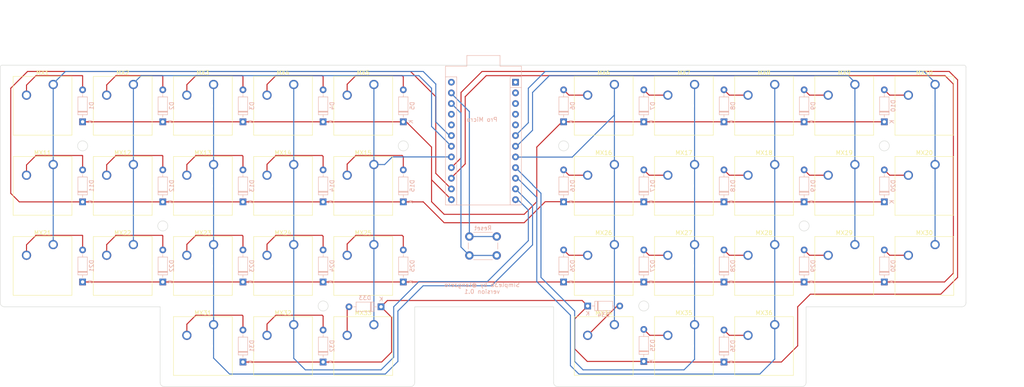
<source format=kicad_pcb>
(kicad_pcb (version 20211014) (generator pcbnew)
  (title_block (title "delta36") (date "2023-01-24") (rev "0.1"))
  (layers (0 "F.Cu" signal) (31 "B.Cu" signal) (34 "B.Paste" user) (35 "F.Paste" user) (36 "B.SilkS" user "B.Silkscreen") (37 "F.SilkS" user "F.Silkscreen") (38 "B.Mask" user) (39 "F.Mask" user) (44 "Edge.Cuts" user))
  (net 0 "")
  (net 1 "Net-(D1-Pad2)")
  (net 2 "Net-(D2-Pad2)")
  (net 3 "Net-(D3-Pad2)")
  (net 4 "Net-(D4-Pad2)")
  (net 5 "Net-(D5-Pad2)")
  (net 6 "Net-(D6-Pad2)")
  (net 7 "Net-(D7-Pad2)")
  (net 8 "Net-(D8-Pad2)")
  (net 9 "Net-(D9-Pad2)")
  (net 10 "Net-(D10-Pad2)")
  (net 11 "Net-(D11-Pad2)")
  (net 12 "Net-(D12-Pad2)")
  (net 13 "Net-(D13-Pad2)")
  (net 14 "Net-(D14-Pad2)")
  (net 15 "Net-(D15-Pad2)")
  (net 16 "Net-(D16-Pad2)")
  (net 17 "Net-(D17-Pad2)")
  (net 18 "Net-(D18-Pad2)")
  (net 19 "Net-(D19-Pad2)")
  (net 20 "Net-(D20-Pad2)")
  (net 21 "Net-(D21-Pad2)")
  (net 22 "Net-(D22-Pad2)")
  (net 23 "Net-(D23-Pad2)")
  (net 24 "Net-(D24-Pad2)")
  (net 25 "Net-(D25-Pad2)")
  (net 26 "Net-(D26-Pad2)")
  (net 27 "Net-(D27-Pad2)")
  (net 28 "Net-(D28-Pad2)")
  (net 29 "Net-(D29-Pad2)")
  (net 30 "Net-(D30-Pad2)")
  (net 31 "Net-(D31-Pad2)")
  (net 32 "Net-(D32-Pad2)")
  (net 33 "Net-(D33-Pad2)")
  (net 34 "Net-(D34-Pad2)")
  (net 35 "Net-(D35-Pad2)")
  (net 36 "Net-(D36-Pad2)")
  (net 41 "Net-(MX15-Pad1)")
  (net 42 "Net-(P1-Pad22)")
  (net 47 "Net-(D1-Pad1)")
  (net 48 "Net-(D11-Pad1)")
  (net 49 "Net-(D21-Pad1)")
  (net 50 "Net-(D31-Pad1)")
  (net 51 "Net-(MX1-Pad1)")
  (net 52 "Net-(MX12-Pad1)")
  (net 53 "Net-(MX13-Pad1)")
  (net 54 "Net-(MX14-Pad1)")
  (net 55 "Net-(MX16-Pad1)")
  (net 56 "Net-(MX17-Pad1)")
  (net 57 "Net-(MX18-Pad1)")
  (net 58 "Net-(MX19-Pad1)")
  (net 59 "Net-(MX10-Pad1)")
  (net 60 "Net-(P1-Pad23)")
  (footprint "Button_Switch_Keyboard:SW_Cherry_MX_1.00u_PCB" (layer "F.Cu") (at 40.865 63.82)
    (fp_text reference "MX1")
    (fp_text value "Switch")
  )
  (footprint "Button_Switch_Keyboard:SW_Cherry_MX_1.00u_PCB" (layer "F.Cu") (at 117.065 101.92)
    (fp_text reference "MX25")
    (fp_text value "Switch")
  )
  (footprint "Button_Switch_Keyboard:SW_Cherry_MX_1.00u_PCB" (layer "F.Cu") (at 98.015 101.92)
    (fp_text reference "MX24")
    (fp_text value "Switch")
  )
  (footprint "Button_Switch_Keyboard:SW_Cherry_MX_1.00u_PCB" (layer "F.Cu") (at 193.265 63.82)
    (fp_text reference "MX7")
    (fp_text value "Switch")
  )
  (footprint "Button_Switch_Keyboard:SW_Cherry_MX_1.00u_PCB" (layer "F.Cu") (at 193.265 101.92)
    (fp_text reference "MX27")
    (fp_text value "Switch")
  )
  (footprint "Button_Switch_Keyboard:SW_Cherry_MX_1.00u_PCB" (layer "F.Cu") (at 78.965 101.92)
    (fp_text reference "MX23")
    (fp_text value "Switch")
  )
  (footprint "Button_Switch_Keyboard:SW_Cherry_MX_1.00u_PCB" (layer "F.Cu") (at 40.865 101.92)
    (fp_text reference "MX21")
    (fp_text value "Switch")
  )
  (footprint "Button_Switch_Keyboard:SW_Cherry_MX_1.00u_PCB" (layer "F.Cu") (at 117.065 120.97)
    (fp_text reference "MX33")
    (fp_text value "Switch")
  )
  (footprint "Button_Switch_Keyboard:SW_Cherry_MX_1.00u_PCB" (layer "F.Cu") (at 98.015 82.87)
    (fp_text reference "MX14")
    (fp_text value "Switch")
  )
  (footprint "Button_Switch_Keyboard:SW_Cherry_MX_1.00u_PCB" (layer "F.Cu") (at 59.915 101.92)
    (fp_text reference "MX22")
    (fp_text value "Switch")
  )
  (footprint "Button_Switch_Keyboard:SW_Cherry_MX_1.00u_PCB" (layer "F.Cu") (at 212.315 82.87)
    (fp_text reference "MX18")
    (fp_text value "Switch")
  )
  (footprint "Button_Switch_Keyboard:SW_Cherry_MX_1.00u_PCB" (layer "F.Cu") (at 174.215 101.92)
    (fp_text reference "MX26")
    (fp_text value "Switch")
  )
  (footprint "Button_Switch_Keyboard:SW_Cherry_MX_1.00u_PCB" (layer "F.Cu") (at 117.065 82.87)
    (fp_text reference "MX15")
    (fp_text value "Switch")
  )
  (footprint "Button_Switch_Keyboard:SW_Cherry_MX_1.00u_PCB" (layer "F.Cu") (at 231.365 63.82)
    (fp_text reference "MX9")
    (fp_text value "Switch")
  )
  (footprint "Button_Switch_Keyboard:SW_Cherry_MX_1.00u_PCB" (layer "F.Cu") (at 117.065 63.82)
    (fp_text reference "MX5")
    (fp_text value "Switch")
  )
  (footprint "Button_Switch_Keyboard:SW_Cherry_MX_1.00u_PCB" (layer "F.Cu") (at 250.415 82.87)
    (fp_text reference "MX20")
    (fp_text value "Switch")
  )
  (footprint "Button_Switch_Keyboard:SW_Cherry_MX_1.00u_PCB" (layer "F.Cu") (at 59.915 82.87)
    (fp_text reference "MX12")
    (fp_text value "Switch")
  )
  (footprint "Button_Switch_Keyboard:SW_Cherry_MX_1.00u_PCB" (layer "F.Cu") (at 212.315 63.82)
    (fp_text reference "MX8")
    (fp_text value "Switch")
  )
  (footprint "Button_Switch_Keyboard:SW_Cherry_MX_1.00u_PCB" (layer "F.Cu") (at 193.265 120.97)
    (fp_text reference "MX35")
    (fp_text value "Switch")
  )
  (footprint "Button_Switch_Keyboard:SW_Cherry_MX_1.00u_PCB" (layer "F.Cu") (at 174.215 120.97)
    (fp_text reference "MX34")
    (fp_text value "Switch")
  )
  (footprint "Button_Switch_Keyboard:SW_Cherry_MX_1.00u_PCB" (layer "F.Cu") (at 59.915 63.82)
    (fp_text reference "MX2")
    (fp_text value "Switch")
  )
  (footprint "Button_Switch_Keyboard:SW_Cherry_MX_1.00u_PCB" (layer "F.Cu") (at 78.965 63.82)
    (fp_text reference "MX3")
    (fp_text value "Switch")
  )
  (footprint "Button_Switch_Keyboard:SW_Cherry_MX_1.00u_PCB" (layer "F.Cu") (at 174.215 82.87)
    (fp_text reference "MX16")
    (fp_text value "Switch")
  )
  (footprint "Button_Switch_Keyboard:SW_Cherry_MX_1.00u_PCB" (layer "F.Cu") (at 78.965 82.87)
    (fp_text reference "MX13")
    (fp_text value "Switch")
  )
  (footprint "Button_Switch_Keyboard:SW_Cherry_MX_1.00u_PCB" (layer "F.Cu") (at 231.365 101.92)
    (fp_text reference "MX29")
    (fp_text value "Switch")
  )
  (footprint "Button_Switch_Keyboard:SW_Cherry_MX_1.00u_PCB" (layer "F.Cu") (at 174.215 63.82)
    (fp_text reference "MX6")
    (fp_text value "Switch")
  )
  (footprint "Button_Switch_Keyboard:SW_Cherry_MX_1.00u_PCB" (layer "F.Cu") (at 40.865 82.87)
    (fp_text reference "MX11")
    (fp_text value "Switch")
  )
  (footprint "Button_Switch_Keyboard:SW_Cherry_MX_1.00u_PCB" (layer "F.Cu") (at 250.415 101.92)
    (fp_text reference "MX30")
    (fp_text value "Switch")
  )
  (footprint "Button_Switch_Keyboard:SW_Cherry_MX_1.00u_PCB" (layer "F.Cu") (at 212.315 120.97)
    (fp_text reference "MX36")
    (fp_text value "Switch")
  )
  (footprint "Button_Switch_Keyboard:SW_Cherry_MX_1.00u_PCB" (layer "F.Cu") (at 98.015 63.82)
    (fp_text reference "MX4")
    (fp_text value "Switch")
  )
  (footprint "Button_Switch_Keyboard:SW_Cherry_MX_1.00u_PCB" (layer "F.Cu") (at 212.315 101.92)
    (fp_text reference "MX28")
    (fp_text value "Switch")
  )
  (footprint "Button_Switch_Keyboard:SW_Cherry_MX_1.00u_PCB" (layer "F.Cu") (at 250.415 63.82)
    (fp_text reference "MX10")
    (fp_text value "Switch")
  )
  (footprint "Button_Switch_Keyboard:SW_Cherry_MX_1.00u_PCB" (layer "F.Cu") (at 78.965 120.97)
    (fp_text reference "MX31")
    (fp_text value "Switch")
  )
  (footprint "Button_Switch_Keyboard:SW_Cherry_MX_1.00u_PCB" (layer "F.Cu") (at 193.265 82.87)
    (fp_text reference "MX17")
    (fp_text value "Switch")
  )
  (footprint "Button_Switch_Keyboard:SW_Cherry_MX_1.00u_PCB" (layer "F.Cu") (at 98.015 120.97)
    (fp_text reference "MX32")
    (fp_text value "Switch")
  )
  (footprint "Button_Switch_Keyboard:SW_Cherry_MX_1.00u_PCB" (layer "F.Cu") (at 231.365 82.87)
    (fp_text reference "MX19")
    (fp_text value "Switch")
  )
  (footprint "Diode_THT:D_DO-35_SOD27_P7.62mm_Horizontal" (layer "B.Cu") (at 124.05 110.81 90)
    (fp_text reference "D25")
    (fp_text value "Diode")
  )
  (footprint "Diode_THT:D_DO-35_SOD27_P7.62mm_Horizontal" (layer "B.Cu") (at 105 72.71 90)
    (fp_text reference "D4")
    (fp_text value "Diode")
  )
  (footprint "Diode_THT:D_DO-35_SOD27_P7.62mm_Horizontal" (layer "B.Cu") (at 105 91.76 90)
    (fp_text reference "D14")
    (fp_text value "Diode")
  )
  (footprint "Diode_THT:D_DO-35_SOD27_P7.62mm_Horizontal" (layer "B.Cu") (at 66.9 91.76 90)
    (fp_text reference "D12")
    (fp_text value "Diode")
  )
  (footprint "Diode_THT:D_DO-35_SOD27_P7.62mm_Horizontal" (layer "B.Cu") (at 162.15 91.76 90)
    (fp_text reference "D16")
    (fp_text value "Diode")
  )
  (footprint "Diode_THT:D_DO-35_SOD27_P7.62mm_Horizontal" (layer "B.Cu") (at 219.3 91.76 90)
    (fp_text reference "D19")
    (fp_text value "Diode")
  )
  (footprint "Diode_THT:D_DO-35_SOD27_P7.62mm_Horizontal" (layer "B.Cu") (at 181.2 129.72 90)
    (fp_text reference "D35")
    (fp_text value "Diode")
  )
  (footprint "Diode_THT:D_DO-35_SOD27_P7.62mm_Horizontal" (layer "B.Cu") (at 238.35 110.81 90)
    (fp_text reference "D30")
    (fp_text value "Diode")
  )
  (footprint "Diode_THT:D_DO-35_SOD27_P7.62mm_Horizontal" (layer "B.Cu") (at 200.25 129.86 90)
    (fp_text reference "D36")
    (fp_text value "Diode")
  )
  (footprint "Diode_THT:D_DO-35_SOD27_P7.62mm_Horizontal" (layer "B.Cu") (at 105 110.81 90)
    (fp_text reference "D24")
    (fp_text value "Diode")
  )
  (footprint "Diode_THT:D_DO-35_SOD27_P7.62mm_Horizontal" (layer "B.Cu") (at 85.95 129.86 90)
    (fp_text reference "D31")
    (fp_text value "Diode")
  )
  (footprint "Diode_THT:D_DO-35_SOD27_P7.62mm_Horizontal" (layer "B.Cu") (at 200.25 72.71 90)
    (fp_text reference "D8")
    (fp_text value "Diode")
  )
  (footprint "Diode_THT:D_DO-35_SOD27_P7.62mm_Horizontal" (layer "B.Cu") (at 85.95 72.71 90)
    (fp_text reference "D3")
    (fp_text value "Diode")
  )
  (footprint "Diode_THT:D_DO-35_SOD27_P7.62mm_Horizontal" (layer "B.Cu") (at 162.15 110.81 90)
    (fp_text reference "D26")
    (fp_text value "Diode")
  )
  (footprint "Diode_THT:D_DO-35_SOD27_P7.62mm_Horizontal" (layer "B.Cu") (at 47.85 72.71 90)
    (fp_text reference "D1")
    (fp_text value "Diode")
  )
  (footprint "Diode_THT:D_DO-35_SOD27_P7.62mm_Horizontal" (layer "B.Cu") (at 124.05 91.76 90)
    (fp_text reference "D15")
    (fp_text value "Diode")
  )
  (footprint "Diode_THT:D_DO-35_SOD27_P7.62mm_Horizontal" (layer "B.Cu") (at 47.85 91.76 90)
    (fp_text reference "D11")
    (fp_text value "Diode")
  )
  (footprint "Button_Switch_THT:SW_PUSH_6mm" (layer "B.Cu") (at 146.25 100 180)
    (fp_text reference "Reset")
    (fp_text value "SW_PUSH")
  )
  (footprint "Diode_THT:D_DO-35_SOD27_P7.62mm_Horizontal" (layer "B.Cu") (at 200.25 110.81 90)
    (fp_text reference "D28")
    (fp_text value "Diode")
  )
  (footprint "Diode_THT:D_DO-35_SOD27_P7.62mm_Horizontal" (layer "B.Cu") (at 167.865 116.525)
    (fp_text reference "D34")
    (fp_text value "Diode")
  )
  (footprint "Diode_THT:D_DO-35_SOD27_P7.62mm_Horizontal" (layer "B.Cu") (at 181.2 110.81 90)
    (fp_text reference "D27")
    (fp_text value "Diode")
  )
  (footprint "Diode_THT:D_DO-35_SOD27_P7.62mm_Horizontal" (layer "B.Cu") (at 124.05 72.71 90)
    (fp_text reference "D5")
    (fp_text value "Diode")
  )
  (footprint "Diode_THT:D_DO-35_SOD27_P7.62mm_Horizontal" (layer "B.Cu") (at 200.25 91.76 90)
    (fp_text reference "D18")
    (fp_text value "Diode")
  )
  (footprint "Diode_THT:D_DO-35_SOD27_P7.62mm_Horizontal" (layer "B.Cu") (at 238.35 91.76 90)
    (fp_text reference "D20")
    (fp_text value "Diode")
  )
  (footprint "Diode_THT:D_DO-35_SOD27_P7.62mm_Horizontal" (layer "B.Cu") (at 85.95 91.76 90)
    (fp_text reference "D13")
    (fp_text value "Diode")
  )
  (footprint "Diode_THT:D_DO-35_SOD27_P7.62mm_Horizontal" (layer "B.Cu") (at 181.2 72.71 90)
    (fp_text reference "D7")
    (fp_text value "Diode")
  )
  (footprint "Diode_THT:D_DO-35_SOD27_P7.62mm_Horizontal" (layer "B.Cu") (at 118.765 116.72 180)
    (fp_text reference "D33")
    (fp_text value "Diode")
  )
  (footprint "Diode_THT:D_DO-35_SOD27_P7.62mm_Horizontal" (layer "B.Cu") (at 47.85 110.81 90)
    (fp_text reference "D21")
    (fp_text value "Diode")
  )
  (footprint "Diode_THT:D_DO-35_SOD27_P7.62mm_Horizontal" (layer "B.Cu") (at 162.15 72.71 90)
    (fp_text reference "D6")
    (fp_text value "Diode")
  )
  (footprint "Diode_THT:D_DO-35_SOD27_P7.62mm_Horizontal" (layer "B.Cu") (at 85.95 110.81 90)
    (fp_text reference "D23")
    (fp_text value "Diode")
  )
  (footprint "Diode_THT:D_DO-35_SOD27_P7.62mm_Horizontal" (layer "B.Cu") (at 219.3 72.71 90)
    (fp_text reference "D9")
    (fp_text value "Diode")
  )
  (footprint "Diode_THT:D_DO-35_SOD27_P7.62mm_Horizontal" (layer "B.Cu") (at 238.35 72.71 90)
    (fp_text reference "D10")
    (fp_text value "Diode")
  )
  (footprint "Diode_THT:D_DO-35_SOD27_P7.62mm_Horizontal" (layer "B.Cu") (at 105 129.86 90)
    (fp_text reference "D32")
    (fp_text value "Diode")
  )
  (footprint "Diode_THT:D_DO-35_SOD27_P7.62mm_Horizontal" (layer "B.Cu") (at 66.9 110.81 90)
    (fp_text reference "D22")
    (fp_text value "Diode")
  )
  (footprint "Diode_THT:D_DO-35_SOD27_P7.62mm_Horizontal" (layer "B.Cu") (at 66.9 72.71 90)
    (fp_text reference "D2")
    (fp_text value "Diode")
  )
  (footprint "Diode_THT:D_DO-35_SOD27_P7.62mm_Horizontal" (layer "B.Cu") (at 181.2 91.76 90)
    (fp_text reference "D17")
    (fp_text value "Diode")
  )
  (footprint "Arduino:Sparkfun_Pro_Micro" (layer "B.Cu") (at 135.475 91.22)
    (fp_text reference "P1" hide)
    (fp_text value "Pro Micro")
  )
  (footprint "Diode_THT:D_DO-35_SOD27_P7.62mm_Horizontal" (layer "B.Cu") (at 219.3 110.81 90)
    (fp_text reference "D29")
    (fp_text value "Diode")
  )
  (gr_circle (center 66.9 97.475) (end 68.1 97.475) (layer "Edge.Cuts") (width 0.1) (fill none))
  (gr_arc (start 219.765 134.72) (mid 219.472107 135.427107) (end 218.765 135.72) (layer "Edge.Cuts") (width 0.1))
  (gr_arc (start 28.265 59.72) (mid 28.411447 59.366447) (end 28.765 59.22) (layer "Edge.Cuts") (width 0.1))
  (gr_circle (center 162.15 78.425) (end 163.35 78.425) (layer "Edge.Cuts") (width 0.1) (fill none))
  (gr_line (start 66.265 134.72) (end 66.265 116.72) (layer "Edge.Cuts") (width 0.1))
  (gr_arc (start 257.265 59.22) (mid 257.618553 59.366447) (end 257.765 59.72) (layer "Edge.Cuts") (width 0.1))
  (gr_line (start 159.765 134.72) (end 159.765 116.72) (layer "Edge.Cuts") (width 0.1))
  (gr_line (start 257.765 59.72) (end 257.765 115.72) (layer "Edge.Cuts") (width 0.1))
  (gr_arc (start 67.265 135.72) (mid 66.557893 135.427107) (end 66.265 134.72) (layer "Edge.Cuts") (width 0.1))
  (gr_arc (start 160.765 135.72) (mid 160.057893 135.427107) (end 159.765 134.72) (layer "Edge.Cuts") (width 0.1))
  (gr_line (start 218.765 135.72) (end 160.765 135.72) (layer "Edge.Cuts") (width 0.1))
  (gr_line (start 256.765 116.72) (end 219.765 116.72) (layer "Edge.Cuts") (width 0.1))
  (gr_line (start 126.765 116.72) (end 159.765 116.72) (layer "Edge.Cuts") (width 0.1))
  (gr_line (start 126.765 134.72) (end 126.765 116.72) (layer "Edge.Cuts") (width 0.1))
  (gr_line (start 219.765 116.72) (end 219.765 134.72) (layer "Edge.Cuts") (width 0.1))
  (gr_arc (start 126.765 134.72) (mid 126.472107 135.427107) (end 125.765 135.72) (layer "Edge.Cuts") (width 0.1))
  (gr_circle (center 181.2 116.525) (end 182.4 116.525) (layer "Edge.Cuts") (width 0.1) (fill none))
  (gr_arc (start 257.765 115.72) (mid 257.472107 116.427107) (end 256.765 116.72) (layer "Edge.Cuts") (width 0.1))
  (gr_circle (center 105 116.525) (end 106.2 116.525) (layer "Edge.Cuts") (width 0.1) (fill none))
  (gr_circle (center 219.3 97.475) (end 220.5 97.475) (layer "Edge.Cuts") (width 0.1) (fill none))
  (gr_line (start 125.765 135.72) (end 67.265 135.72) (layer "Edge.Cuts") (width 0.1))
  (gr_line (start 28.265 115.72) (end 28.265 59.72) (layer "Edge.Cuts") (width 0.1))
  (gr_circle (center 124.05 78.425) (end 125.25 78.425) (layer "Edge.Cuts") (width 0.1) (fill none))
  (gr_arc (start 29.265 116.72) (mid 28.557893 116.427107) (end 28.265 115.72) (layer "Edge.Cuts") (width 0.1))
  (gr_circle (center 238.35 78.425) (end 239.55 78.425) (layer "Edge.Cuts") (width 0.1) (fill none))
  (gr_circle (center 47.85 78.425) (end 49.05 78.425) (layer "Edge.Cuts") (width 0.1) (fill none))
  (gr_line (start 28.765 59.22) (end 257.265 59.22) (layer "Edge.Cuts") (width 0.1))
  (gr_line (start 66.265 116.72) (end 29.265 116.72) (layer "Edge.Cuts") (width 0.1))
  (gr_text "Simple36 by @tangzero\nversion 0.1" (at 142.765 112.3) (layer "B.SilkS") (effects (font (size 1 1)) (justify mirror)))
  (segment (start 36.765 61.72) (end 47.765 61.72) (width 0.25) (layer "F.Cu") (net 1))
  (segment (start 47.765 61.72) (end 47.85 61.805) (width 0.25) (layer "F.Cu") (net 1))
  (segment (start 34.515 63.97) (end 36.765 61.72) (width 0.25) (layer "F.Cu") (net 1))
  (segment (start 34.515 66.36) (end 34.515 63.97) (width 0.25) (layer "F.Cu") (net 1))
  (segment (start 47.85 61.805) (end 47.85 65.09) (width 0.25) (layer "F.Cu") (net 1))
  (segment (start 66.765 61.72) (end 66.9 61.855) (width 0.25) (layer "F.Cu") (net 2))
  (segment (start 53.565 66.36) (end 53.565 63.92) (width 0.25) (layer "F.Cu") (net 2))
  (segment (start 55.765 61.72) (end 66.765 61.72) (width 0.25) (layer "F.Cu") (net 2))
  (segment (start 66.9 61.855) (end 66.9 65.09) (width 0.25) (layer "F.Cu") (net 2))
  (segment (start 53.565 63.92) (end 55.765 61.72) (width 0.25) (layer "F.Cu") (net 2))
  (segment (start 74.765 61.72) (end 85.765 61.72) (width 0.25) (layer "F.Cu") (net 3))
  (segment (start 85.765 61.72) (end 85.95 61.905) (width 0.25) (layer "F.Cu") (net 3))
  (segment (start 85.95 61.905) (end 85.95 65.09) (width 0.25) (layer "F.Cu") (net 3))
  (segment (start 72.615 63.87) (end 74.765 61.72) (width 0.25) (layer "F.Cu") (net 3))
  (segment (start 72.615 66.36) (end 72.615 63.87) (width 0.25) (layer "F.Cu") (net 3))
  (segment (start 91.665 63.82) (end 93.765 61.72) (width 0.25) (layer "F.Cu") (net 4))
  (segment (start 93.765 61.72) (end 104.765 61.72) (width 0.25) (layer "F.Cu") (net 4))
  (segment (start 105 61.955) (end 105 65.09) (width 0.25) (layer "F.Cu") (net 4))
  (segment (start 104.765 61.72) (end 105 61.955) (width 0.25) (layer "F.Cu") (net 4))
  (segment (start 91.665 66.36) (end 91.665 63.82) (width 0.25) (layer "F.Cu") (net 4))
  (segment (start 110.715 66.36) (end 110.715 63.77) (width 0.25) (layer "F.Cu") (net 5))
  (segment (start 110.715 63.77) (end 112.765 61.72) (width 0.25) (layer "F.Cu") (net 5))
  (segment (start 112.765 61.72) (end 123.765 61.72) (width 0.25) (layer "F.Cu") (net 5))
  (segment (start 124.05 62.005) (end 124.05 65.09) (width 0.25) (layer "F.Cu") (net 5))
  (segment (start 123.765 61.72) (end 124.05 62.005) (width 0.25) (layer "F.Cu") (net 5))
  (segment (start 163.42 66.36) (end 167.865 66.36) (width 0.25) (layer "F.Cu") (net 6))
  (segment (start 162.15 65.09) (end 163.42 66.36) (width 0.25) (layer "F.Cu") (net 6))
  (segment (start 181.2 65.09) (end 182.47 66.36) (width 0.25) (layer "F.Cu") (net 7))
  (segment (start 182.47 66.36) (end 186.915 66.36) (width 0.25) (layer "F.Cu") (net 7))
  (segment (start 201.52 66.36) (end 205.965 66.36) (width 0.25) (layer "F.Cu") (net 8))
  (segment (start 200.25 65.09) (end 201.52 66.36) (width 0.25) (layer "F.Cu") (net 8))
  (segment (start 220.57 66.36) (end 225.015 66.36) (width 0.25) (layer "F.Cu") (net 9))
  (segment (start 219.3 65.09) (end 220.57 66.36) (width 0.25) (layer "F.Cu") (net 9))
  (segment (start 239.62 66.36) (end 244.065 66.36) (width 0.25) (layer "F.Cu") (net 10))
  (segment (start 238.35 65.09) (end 239.62 66.36) (width 0.25) (layer "F.Cu") (net 10))
  (segment (start 36.765 80.72) (end 47.765 80.72) (width 0.25) (layer "F.Cu") (net 11))
  (segment (start 47.85 80.805) (end 47.85 84.14) (width 0.25) (layer "F.Cu") (net 11))
  (segment (start 34.515 85.41) (end 34.515 82.97) (width 0.25) (layer "F.Cu") (net 11))
  (segment (start 34.515 82.97) (end 36.765 80.72) (width 0.25) (layer "F.Cu") (net 11))
  (segment (start 47.765 80.72) (end 47.85 80.805) (width 0.25) (layer "F.Cu") (net 11))
  (segment (start 53.565 82.92) (end 55.765 80.72) (width 0.25) (layer "F.Cu") (net 12))
  (segment (start 53.565 85.41) (end 53.565 82.92) (width 0.25) (layer "F.Cu") (net 12))
  (segment (start 55.765 80.72) (end 66.765 80.72) (width 0.25) (layer "F.Cu") (net 12))
  (segment (start 66.9 80.855) (end 66.9 84.14) (width 0.25) (layer "F.Cu") (net 12))
  (segment (start 66.765 80.72) (end 66.9 80.855) (width 0.25) (layer "F.Cu") (net 12))
  (segment (start 72.615 85.41) (end 72.615 82.87) (width 0.25) (layer "F.Cu") (net 13))
  (segment (start 72.615 82.87) (end 74.765 80.72) (width 0.25) (layer "F.Cu") (net 13))
  (segment (start 85.765 80.72) (end 85.95 80.905) (width 0.25) (layer "F.Cu") (net 13))
  (segment (start 74.765 80.72) (end 85.765 80.72) (width 0.25) (layer "F.Cu") (net 13))
  (segment (start 85.95 80.905) (end 85.95 84.14) (width 0.25) (layer "F.Cu") (net 13))
  (segment (start 105 80.955) (end 105 84.14) (width 0.25) (layer "F.Cu") (net 14))
  (segment (start 91.665 82.82) (end 93.765 80.72) (width 0.25) (layer "F.Cu") (net 14))
  (segment (start 91.665 85.41) (end 91.665 82.82) (width 0.25) (layer "F.Cu") (net 14))
  (segment (start 93.765 80.72) (end 104.765 80.72) (width 0.25) (layer "F.Cu") (net 14))
  (segment (start 104.765 80.72) (end 105 80.955) (width 0.25) (layer "F.Cu") (net 14))
  (segment (start 112.765 80.72) (end 123.765 80.72) (width 0.25) (layer "F.Cu") (net 15))
  (segment (start 124.05 81.005) (end 124.05 84.14) (width 0.25) (layer "F.Cu") (net 15))
  (segment (start 110.715 85.41) (end 110.715 82.77) (width 0.25) (layer "F.Cu") (net 15))
  (segment (start 123.765 80.72) (end 124.05 81.005) (width 0.25) (layer "F.Cu") (net 15))
  (segment (start 110.715 82.77) (end 112.765 80.72) (width 0.25) (layer "F.Cu") (net 15))
  (segment (start 167.865 85.41) (end 163.42 85.41) (width 0.25) (layer "F.Cu") (net 16))
  (segment (start 163.42 85.41) (end 162.15 84.14) (width 0.25) (layer "F.Cu") (net 16))
  (segment (start 182.47 85.41) (end 181.2 84.14) (width 0.25) (layer "F.Cu") (net 17))
  (segment (start 186.915 85.41) (end 182.47 85.41) (width 0.25) (layer "F.Cu") (net 17))
  (segment (start 205.965 85.41) (end 201.52 85.41) (width 0.25) (layer "F.Cu") (net 18))
  (segment (start 201.52 85.41) (end 200.25 84.14) (width 0.25) (layer "F.Cu") (net 18))
  (segment (start 220.57 85.41) (end 219.3 84.14) (width 0.25) (layer "F.Cu") (net 19))
  (segment (start 225.015 85.41) (end 220.57 85.41) (width 0.25) (layer "F.Cu") (net 19))
  (segment (start 239.62 85.41) (end 238.35 84.14) (width 0.25) (layer "F.Cu") (net 20))
  (segment (start 244.065 85.41) (end 239.62 85.41) (width 0.25) (layer "F.Cu") (net 20))
  (segment (start 34.515 104.46) (end 34.515 101.97) (width 0.25) (layer "F.Cu") (net 21))
  (segment (start 47.765 99.72) (end 47.85 99.805) (width 0.25) (layer "F.Cu") (net 21))
  (segment (start 34.515 101.97) (end 36.765 99.72) (width 0.25) (layer "F.Cu") (net 21))
  (segment (start 36.765 99.72) (end 47.765 99.72) (width 0.25) (layer "F.Cu") (net 21))
  (segment (start 47.85 99.805) (end 47.85 103.19) (width 0.25) (layer "F.Cu") (net 21))
  (segment (start 55.765 99.72) (end 66.765 99.72) (width 0.25) (layer "F.Cu") (net 22))
  (segment (start 53.565 101.92) (end 55.765 99.72) (width 0.25) (layer "F.Cu") (net 22))
  (segment (start 66.9 99.855) (end 66.9 103.19) (width 0.25) (layer "F.Cu") (net 22))
  (segment (start 53.565 104.46) (end 53.565 101.92) (width 0.25) (layer "F.Cu") (net 22))
  (segment (start 66.765 99.72) (end 66.9 99.855) (width 0.25) (layer "F.Cu") (net 22))
  (segment (start 74.765 99.72) (end 85.765 99.72) (width 0.25) (layer "F.Cu") (net 23))
  (segment (start 85.95 99.905) (end 85.95 103.19) (width 0.25) (layer "F.Cu") (net 23))
  (segment (start 85.765 99.72) (end 85.95 99.905) (width 0.25) (layer "F.Cu") (net 23))
  (segment (start 72.615 104.46) (end 72.615 101.87) (width 0.25) (layer "F.Cu") (net 23))
  (segment (start 72.615 101.87) (end 74.765 99.72) (width 0.25) (layer "F.Cu") (net 23))
  (segment (start 93.765 99.72) (end 104.765 99.72) (width 0.25) (layer "F.Cu") (net 24))
  (segment (start 104.765 99.72) (end 105 99.955) (width 0.25) (layer "F.Cu") (net 24))
  (segment (start 91.665 104.46) (end 91.665 101.82) (width 0.25) (layer "F.Cu") (net 24))
  (segment (start 91.665 101.82) (end 93.765 99.72) (width 0.25) (layer "F.Cu") (net 24))
  (segment (start 105 99.955) (end 105 103.19) (width 0.25) (layer "F.Cu") (net 24))
  (segment (start 110.715 101.77) (end 112.765 99.72) (width 0.25) (layer "F.Cu") (net 25))
  (segment (start 124.05 100.005) (end 124.05 103.19) (width 0.25) (layer "F.Cu") (net 25))
  (segment (start 112.765 99.72) (end 123.765 99.72) (width 0.25) (layer "F.Cu") (net 25))
  (segment (start 110.715 104.46) (end 110.715 101.77) (width 0.25) (layer "F.Cu") (net 25))
  (segment (start 123.765 99.72) (end 124.05 100.005) (width 0.25) (layer "F.Cu") (net 25))
  (segment (start 167.865 104.46) (end 163.42 104.46) (width 0.25) (layer "F.Cu") (net 26))
  (segment (start 163.42 104.46) (end 162.15 103.19) (width 0.25) (layer "F.Cu") (net 26))
  (segment (start 186.915 104.46) (end 182.47 104.46) (width 0.25) (layer "F.Cu") (net 27))
  (segment (start 182.47 104.46) (end 181.2 103.19) (width 0.25) (layer "F.Cu") (net 27))
  (segment (start 201.52 104.46) (end 200.25 103.19) (width 0.25) (layer "F.Cu") (net 28))
  (segment (start 205.965 104.46) (end 201.52 104.46) (width 0.25) (layer "F.Cu") (net 28))
  (segment (start 225.015 104.46) (end 220.57 104.46) (width 0.25) (layer "F.Cu") (net 29))
  (segment (start 220.57 104.46) (end 219.3 103.19) (width 0.25) (layer "F.Cu") (net 29))
  (segment (start 244.065 104.46) (end 239.62 104.46) (width 0.25) (layer "F.Cu") (net 30))
  (segment (start 239.62 104.46) (end 238.35 103.19) (width 0.25) (layer "F.Cu") (net 30))
  (segment (start 72.615 120.87) (end 74.765 118.72) (width 0.25) (layer "F.Cu") (net 31))
  (segment (start 72.615 123.51) (end 72.615 120.87) (width 0.25) (layer "F.Cu") (net 31))
  (segment (start 74.765 118.72) (end 85.765 118.72) (width 0.25) (layer "F.Cu") (net 31))
  (segment (start 85.765 118.72) (end 85.95 118.905) (width 0.25) (layer "F.Cu") (net 31))
  (segment (start 85.95 118.905) (end 85.95 122.24) (width 0.25) (layer "F.Cu") (net 31))
  (segment (start 91.665 123.51) (end 91.665 120.82) (width 0.25) (layer "F.Cu") (net 32))
  (segment (start 93.765 118.72) (end 104.765 118.72) (width 0.25) (layer "F.Cu") (net 32))
  (segment (start 104.765 118.72) (end 105 118.955) (width 0.25) (layer "F.Cu") (net 32))
  (segment (start 105 118.955) (end 105 122.24) (width 0.25) (layer "F.Cu") (net 32))
  (segment (start 91.665 120.82) (end 93.765 118.72) (width 0.25) (layer "F.Cu") (net 32))
  (segment (start 110.715 117.15) (end 111.145 116.72) (width 0.25) (layer "F.Cu") (net 33))
  (segment (start 110.715 123.51) (end 110.715 117.15) (width 0.25) (layer "F.Cu") (net 33))
  (segment (start 167.865 123.51) (end 174.85 116.525) (width 0.25) (layer "F.Cu") (net 34))
  (segment (start 174.85 116.525) (end 175.485 116.525) (width 0.25) (layer "F.Cu") (net 34))
  (segment (start 182.61 123.51) (end 181.2 122.1) (width 0.25) (layer "F.Cu") (net 35))
  (segment (start 186.915 123.51) (end 182.61 123.51) (width 0.25) (layer "F.Cu") (net 35))
  (segment (start 201.52 123.51) (end 200.25 122.24) (width 0.25) (layer "F.Cu") (net 36))
  (segment (start 205.965 123.51) (end 201.52 123.51) (width 0.25) (layer "F.Cu") (net 36))
  (segment (start 121.425 81.06) (end 135.475 81.06) (width 0.25) (layer "B.Cu") (net 41))
  (segment (start 117.065 82.87) (end 119.615 82.87) (width 0.25) (layer "B.Cu") (net 41))
  (segment (start 117.065 63.82) (end 117.065 120.97) (width 0.25) (layer "B.Cu") (net 41))
  (segment (start 119.615 82.87) (end 121.425 81.06) (width 0.25) (layer "B.Cu") (net 41))
  (segment (start 146.25 104.5) (end 139.75 104.5) (width 0.25) (layer "B.Cu") (net 42))
  (segment (start 137.75 70.75) (end 137.75 102.5) (width 0.25) (layer "B.Cu") (net 42))
  (segment (start 135.475 68.36) (end 137.75 70.635) (width 0.25) (layer "B.Cu") (net 42))
  (segment (start 137.75 102.5) (end 139.75 104.5) (width 0.25) (layer "B.Cu") (net 42))
  (segment (start 137.75 70.635) (end 137.75 70.75) (width 0.25) (layer "B.Cu") (net 42))
  (segment (start 130.765 78.72) (end 130.765 86.51) (width 0.25) (layer "F.Cu") (net 47))
  (segment (start 238.35 72.71) (end 162.15 72.71) (width 0.25) (layer "F.Cu") (net 47))
  (segment (start 130.765 91.72) (end 133.765 94.72) (width 0.25) (layer "F.Cu") (net 47))
  (segment (start 133.765 94.72) (end 152.765 94.72) (width 0.25) (layer "F.Cu") (net 47))
  (segment (start 155.765 91.72) (end 155.765 78.72) (width 0.25) (layer "F.Cu") (net 47))
  (segment (start 161.775 72.71) (end 162.15 72.71) (width 0.25) (layer "F.Cu") (net 47))
  (segment (start 124.755 72.71) (end 130.765 78.72) (width 0.25) (layer "F.Cu") (net 47))
  (segment (start 47.85 72.71) (end 124.05 72.71) (width 0.25) (layer "F.Cu") (net 47))
  (segment (start 152.765 94.72) (end 155.765 91.72) (width 0.25) (layer "F.Cu") (net 47))
  (segment (start 130.765 86.51) (end 135.475 91.22) (width 0.25) (layer "F.Cu") (net 47))
  (segment (start 155.765 78.72) (end 161.775 72.71) (width 0.25) (layer "F.Cu") (net 47))
  (segment (start 130.765 86.51) (end 130.765 91.72) (width 0.25) (layer "F.Cu") (net 47))
  (segment (start 124.05 72.71) (end 124.755 72.71) (width 0.25) (layer "F.Cu") (net 47))
  (segment (start 162.15 91.76) (end 238.35 91.76) (width 0.25) (layer "F.Cu") (net 48))
  (segment (start 162.11 91.72) (end 162.15 91.76) (width 0.25) (layer "F.Cu") (net 48))
  (segment (start 30.765 64.72) (end 34.765 60.72) (width 0.25) (layer "F.Cu") (net 48))
  (segment (start 47.85 91.76) (end 32.805 91.76) (width 0.25) (layer "F.Cu") (net 48))
  (segment (start 157.765 91.72) (end 162.11 91.72) (width 0.25) (layer "F.Cu") (net 48))
  (segment (start 131.765 84.97) (end 135.475 88.68) (width 0.25) (layer "F.Cu") (net 48))
  (segment (start 128.765 91.72) (end 133.765 96.72) (width 0.25) (layer "F.Cu") (net 48))
  (segment (start 47.85 91.76) (end 124.05 91.76) (width 0.25) (layer "F.Cu") (net 48))
  (segment (start 34.765 60.72) (end 125.765 60.72) (width 0.25) (layer "F.Cu") (net 48))
  (segment (start 32.805 91.76) (end 30.765 89.72) (width 0.25) (layer "F.Cu") (net 48))
  (segment (start 125.765 60.72) (end 131.765 66.72) (width 0.25) (layer "F.Cu") (net 48))
  (segment (start 133.765 96.72) (end 152.765 96.72) (width 0.25) (layer "F.Cu") (net 48))
  (segment (start 152.765 96.72) (end 157.765 91.72) (width 0.25) (layer "F.Cu") (net 48))
  (segment (start 124.05 91.76) (end 128.725 91.76) (width 0.25) (layer "F.Cu") (net 48))
  (segment (start 30.765 89.72) (end 30.765 64.72) (width 0.25) (layer "F.Cu") (net 48))
  (segment (start 131.765 66.72) (end 131.765 84.97) (width 0.25) (layer "F.Cu") (net 48))
  (segment (start 128.725 91.76) (end 128.765 91.72) (width 0.25) (layer "F.Cu") (net 48))
  (segment (start 252.675 110.81) (end 238.35 110.81) (width 0.25) (layer "F.Cu") (net 49))
  (segment (start 238.35 110.81) (end 162.15 110.81) (width 0.25) (layer "F.Cu") (net 49))
  (segment (start 254.765 63.72) (end 254.765 108.72) (width 0.25) (layer "F.Cu") (net 49))
  (segment (start 47.85 110.81) (end 124.05 110.81) (width 0.25) (layer "F.Cu") (net 49))
  (segment (start 135.475 86.14) (end 135.475 86.01) (width 0.25) (layer "F.Cu") (net 49))
  (segment (start 138.765 82.72) (end 138.765 66.72) (width 0.25) (layer "F.Cu") (net 49))
  (segment (start 124.05 110.81) (end 162.15 110.81) (width 0.25) (layer "F.Cu") (net 49))
  (segment (start 143.765 61.72) (end 252.765 61.72) (width 0.25) (layer "F.Cu") (net 49))
  (segment (start 135.475 86.01) (end 138.765 82.72) (width 0.25) (layer "F.Cu") (net 49))
  (segment (start 252.765 61.72) (end 254.765 63.72) (width 0.25) (layer "F.Cu") (net 49))
  (segment (start 254.765 108.72) (end 252.675 110.81) (width 0.25) (layer "F.Cu") (net 49))
  (segment (start 138.765 66.72) (end 143.765 61.72) (width 0.25) (layer "F.Cu") (net 49))
  (segment (start 142.765 60.72) (end 253.765 60.72) (width 0.25) (layer "F.Cu") (net 50))
  (segment (start 200.25 129.86) (end 181.34 129.86) (width 0.25) (layer "F.Cu") (net 50))
  (segment (start 135.475 83.6) (end 137.765 81.31) (width 0.25) (layer "F.Cu") (net 50))
  (segment (start 105 129.86) (end 118.905 129.86) (width 0.25) (layer "F.Cu") (net 50))
  (segment (start 164.765 126.72) (end 164.765 119.625) (width 0.25) (layer "F.Cu") (net 50))
  (segment (start 118.765 116.72) (end 120.265 115.22) (width 0.25) (layer "F.Cu") (net 50))
  (segment (start 85.95 129.86) (end 105 129.86) (width 0.25) (layer "F.Cu") (net 50))
  (segment (start 255.765 62.72) (end 255.765 109.72) (width 0.25) (layer "F.Cu") (net 50))
  (segment (start 220.765 113.72) (end 251.765 113.72) (width 0.25) (layer "F.Cu") (net 50))
  (segment (start 164.765 119.625) (end 167.865 116.525) (width 0.25) (layer "F.Cu") (net 50))
  (segment (start 121.265 119.22) (end 118.765 116.72) (width 0.25) (layer "F.Cu") (net 50))
  (segment (start 121.265 127.5) (end 121.265 119.22) (width 0.25) (layer "F.Cu") (net 50))
  (segment (start 166.56 115.22) (end 167.865 116.525) (width 0.25) (layer "F.Cu") (net 50))
  (segment (start 200.25 129.86) (end 213.905 129.86) (width 0.25) (layer "F.Cu") (net 50))
  (segment (start 181.34 129.86) (end 181.2 129.72) (width 0.25) (layer "F.Cu") (net 50))
  (segment (start 120.265 115.22) (end 166.56 115.22) (width 0.25) (layer "F.Cu") (net 50))
  (segment (start 181.2 129.72) (end 167.765 129.72) (width 0.25) (layer "F.Cu") (net 50))
  (segment (start 255.765 109.72) (end 251.765 113.72) (width 0.25) (layer "F.Cu") (net 50))
  (segment (start 167.765 129.72) (end 164.765 126.72) (width 0.25) (layer "F.Cu") (net 50))
  (segment (start 137.765 81.31) (end 137.765 65.72) (width 0.25) (layer "F.Cu") (net 50))
  (segment (start 253.765 60.72) (end 255.765 62.72) (width 0.25) (layer "F.Cu") (net 50))
  (segment (start 213.905 129.86) (end 217.765 126) (width 0.25) (layer "F.Cu") (net 50))
  (segment (start 137.765 65.72) (end 142.765 60.72) (width 0.25) (layer "F.Cu") (net 50))
  (segment (start 217.765 126) (end 217.765 116.72) (width 0.25) (layer "F.Cu") (net 50))
  (segment (start 217.765 116.72) (end 220.765 113.72) (width 0.25) (layer "F.Cu") (net 50))
  (segment (start 118.905 129.86) (end 121.265 127.5) (width 0.25) (layer "F.Cu") (net 50))
  (segment (start 135.025 75.98) (end 131.765 72.72) (width 0.25) (layer "B.Cu") (net 51))
  (segment (start 40.865 63.82) (end 40.865 101.92) (width 0.25) (layer "B.Cu") (net 51))
  (segment (start 40.865 63.62) (end 40.865 63.82) (width 0.25) (layer "B.Cu") (net 51))
  (segment (start 131.765 63.72) (end 128.765 60.72) (width 0.25) (layer "B.Cu") (net 51))
  (segment (start 43.765 60.72) (end 40.865 63.62) (width 0.25) (layer "B.Cu") (net 51))
  (segment (start 128.765 60.72) (end 43.765 60.72) (width 0.25) (layer "B.Cu") (net 51))
  (segment (start 135.475 75.98) (end 135.025 75.98) (width 0.25) (layer "B.Cu") (net 51))
  (segment (start 131.765 72.72) (end 131.765 63.72) (width 0.25) (layer "B.Cu") (net 51))
  (segment (start 130.765 64.72) (end 130.765 73.81) (width 0.25) (layer "B.Cu") (net 52))
  (segment (start 130.765 73.81) (end 135.475 78.52) (width 0.25) (layer "B.Cu") (net 52))
  (segment (start 59.915 63.82) (end 59.915 63.57) (width 0.25) (layer "B.Cu") (net 52))
  (segment (start 59.915 63.82) (end 59.915 101.92) (width 0.25) (layer "B.Cu") (net 52))
  (segment (start 127.765 61.72) (end 130.765 64.72) (width 0.25) (layer "B.Cu") (net 52))
  (segment (start 59.915 63.57) (end 61.765 61.72) (width 0.25) (layer "B.Cu") (net 52))
  (segment (start 61.765 61.72) (end 127.765 61.72) (width 0.25) (layer "B.Cu") (net 52))
  (segment (start 154.765 92.72) (end 150.725 88.68) (width 0.25) (layer "B.Cu") (net 53))
  (segment (start 154.765 101.985) (end 154.765 92.72) (width 0.25) (layer "B.Cu") (net 53))
  (segment (start 78.965 118.52) (end 78.965 128.92) (width 0.25) (layer "B.Cu") (net 53))
  (segment (start 145.03 111.72) (end 154.765 101.985) (width 0.25) (layer "B.Cu") (net 53))
  (segment (start 78.965 120.97) (end 78.965 118.52) (width 0.25) (layer "B.Cu") (net 53))
  (segment (start 78.965 128.92) (end 82.765 132.72) (width 0.25) (layer "B.Cu") (net 53))
  (segment (start 150.725 88.68) (end 150.715 88.68) (width 0.25) (layer "B.Cu") (net 53))
  (segment (start 122.765 129.72) (end 122.765 117.72) (width 0.25) (layer "B.Cu") (net 53))
  (segment (start 128.765 111.72) (end 145.03 111.72) (width 0.25) (layer "B.Cu") (net 53))
  (segment (start 122.765 117.72) (end 128.765 111.72) (width 0.25) (layer "B.Cu") (net 53))
  (segment (start 119.765 132.72) (end 122.765 129.72) (width 0.25) (layer "B.Cu") (net 53))
  (segment (start 78.965 118.52) (end 78.965 63.82) (width 0.25) (layer "B.Cu") (net 53))
  (segment (start 82.765 132.72) (end 119.765 132.72) (width 0.25) (layer "B.Cu") (net 53))
  (segment (start 151.265 91.22) (end 153.765 93.72) (width 0.25) (layer "B.Cu") (net 54))
  (segment (start 100.765 131.72) (end 98.015 128.97) (width 0.25) (layer "B.Cu") (net 54))
  (segment (start 121.765 128.72) (end 118.765 131.72) (width 0.25) (layer "B.Cu") (net 54))
  (segment (start 127.765 110.72) (end 121.765 116.72) (width 0.25) (layer "B.Cu") (net 54))
  (segment (start 153.765 93.72) (end 153.765 100.985) (width 0.25) (layer "B.Cu") (net 54))
  (segment (start 121.765 116.72) (end 121.765 128.72) (width 0.25) (layer "B.Cu") (net 54))
  (segment (start 98.015 128.97) (end 98.015 120.97) (width 0.25) (layer "B.Cu") (net 54))
  (segment (start 144.03 110.72) (end 127.765 110.72) (width 0.25) (layer "B.Cu") (net 54))
  (segment (start 98.015 63.82) (end 98.015 120.97) (width 0.25) (layer "B.Cu") (net 54))
  (segment (start 150.715 91.22) (end 151.265 91.22) (width 0.25) (layer "B.Cu") (net 54))
  (segment (start 118.765 131.72) (end 100.765 131.72) (width 0.25) (layer "B.Cu") (net 54))
  (segment (start 153.765 100.985) (end 144.03 110.72) (width 0.25) (layer "B.Cu") (net 54))
  (segment (start 174.215 71.27) (end 174.215 71.485) (width 0.25) (layer "B.Cu") (net 55))
  (segment (start 164.2 81.1) (end 174.215 71.085) (width 0.25) (layer "B.Cu") (net 55))
  (segment (start 174.215 71.085) (end 174.215 70.215) (width 0.25) (layer "B.Cu") (net 55))
  (segment (start 174.215 120.97) (end 174.215 71.27) (width 0.25) (layer "B.Cu") (net 55))
  (segment (start 164.2 81.1) (end 150.755 81.1) (width 0.25) (layer "B.Cu") (net 55))
  (segment (start 174.215 70.215) (end 174.215 63.82) (width 0.25) (layer "B.Cu") (net 55))
  (segment (start 150.755 81.1) (end 150.715 81.06) (width 0.25) (layer "B.Cu") (net 55))
  (segment (start 174.215 71.27) (end 174.215 70.215) (width 0.25) (layer "B.Cu") (net 55))
  (segment (start 193.265 129.22) (end 193.265 120.97) (width 0.25) (layer "B.Cu") (net 56))
  (segment (start 166.765 131.72) (end 190.765 131.72) (width 0.25) (layer "B.Cu") (net 56))
  (segment (start 154.765 87.65) (end 154.765 87.72) (width 0.25) (layer "B.Cu") (net 56))
  (segment (start 190.765 131.72) (end 193.265 129.22) (width 0.25) (layer "B.Cu") (net 56))
  (segment (start 156.765 89.72) (end 156.765 109.72) (width 0.25) (layer "B.Cu") (net 56))
  (segment (start 154.765 87.72) (end 156.765 89.72) (width 0.25) (layer "B.Cu") (net 56))
  (segment (start 193.265 120.97) (end 193.265 63.82) (width 0.25) (layer "B.Cu") (net 56))
  (segment (start 150.715 83.6) (end 154.765 87.65) (width 0.25) (layer "B.Cu") (net 56))
  (segment (start 164.765 129.72) (end 166.765 131.72) (width 0.25) (layer "B.Cu") (net 56))
  (segment (start 156.765 109.72) (end 164.765 117.72) (width 0.25) (layer "B.Cu") (net 56))
  (segment (start 164.765 117.72) (end 164.765 129.72) (width 0.25) (layer "B.Cu") (net 56))
  (segment (start 150.715 86.14) (end 151.185 86.14) (width 0.25) (layer "B.Cu") (net 57))
  (segment (start 163.765 118.72) (end 163.765 130.72) (width 0.25) (layer "B.Cu") (net 57))
  (segment (start 212.315 120.97) (end 212.315 129.17) (width 0.25) (layer "B.Cu") (net 57))
  (segment (start 212.315 129.17) (end 208.765 132.72) (width 0.25) (layer "B.Cu") (net 57))
  (segment (start 155.765 110.72) (end 163.765 118.72) (width 0.25) (layer "B.Cu") (net 57))
  (segment (start 165.765 132.72) (end 208.765 132.72) (width 0.25) (layer "B.Cu") (net 57))
  (segment (start 212.315 120.97) (end 212.315 63.82) (width 0.25) (layer "B.Cu") (net 57))
  (segment (start 155.765 90.72) (end 155.765 110.72) (width 0.25) (layer "B.Cu") (net 57))
  (segment (start 163.765 130.72) (end 165.765 132.72) (width 0.25) (layer "B.Cu") (net 57))
  (segment (start 151.185 86.14) (end 155.765 90.72) (width 0.25) (layer "B.Cu") (net 57))
  (segment (start 231.365 63.82) (end 231.365 63.32) (width 0.25) (layer "B.Cu") (net 58))
  (segment (start 231.365 101.92) (end 231.365 63.82) (width 0.25) (layer "B.Cu") (net 58))
  (segment (start 158.765 61.72) (end 154.765 65.72) (width 0.25) (layer "B.Cu") (net 58))
  (segment (start 154.765 65.72) (end 154.765 74.72) (width 0.25) (layer "B.Cu") (net 58))
  (segment (start 231.365 63.32) (end 229.765 61.72) (width 0.25) (layer "B.Cu") (net 58))
  (segment (start 154.765 74.72) (end 150.965 78.52) (width 0.25) (layer "B.Cu") (net 58))
  (segment (start 229.765 61.72) (end 158.765 61.72) (width 0.25) (layer "B.Cu") (net 58))
  (segment (start 150.965 78.52) (end 150.715 78.52) (width 0.25) (layer "B.Cu") (net 58))
  (segment (start 247.765 60.72) (end 157.765 60.72) (width 0.25) (layer "B.Cu") (net 59))
  (segment (start 250.415 63.82) (end 250.415 63.37) (width 0.25) (layer "B.Cu") (net 59))
  (segment (start 250.415 63.37) (end 247.765 60.72) (width 0.25) (layer "B.Cu") (net 59))
  (segment (start 250.415 101.92) (end 250.415 63.82) (width 0.25) (layer "B.Cu") (net 59))
  (segment (start 153.765 72.93) (end 150.715 75.98) (width 0.25) (layer "B.Cu") (net 59))
  (segment (start 157.765 60.72) (end 153.765 64.72) (width 0.25) (layer "B.Cu") (net 59))
  (segment (start 153.765 64.72) (end 153.765 72.93) (width 0.25) (layer "B.Cu") (net 59))
  (segment (start 139.75 100) (end 139.75 70.25) (width 0.25) (layer "B.Cu") (net 60))
  (segment (start 139.75 70.25) (end 135.475 65.975) (width 0.25) (layer "B.Cu") (net 60))
  (segment (start 135.475 65.975) (end 135.475 65.82) (width 0.25) (layer "B.Cu") (net 60))
  (segment (start 146.25 100) (end 139.75 100) (width 0.25) (layer "B.Cu") (net 60))
)
</source>
